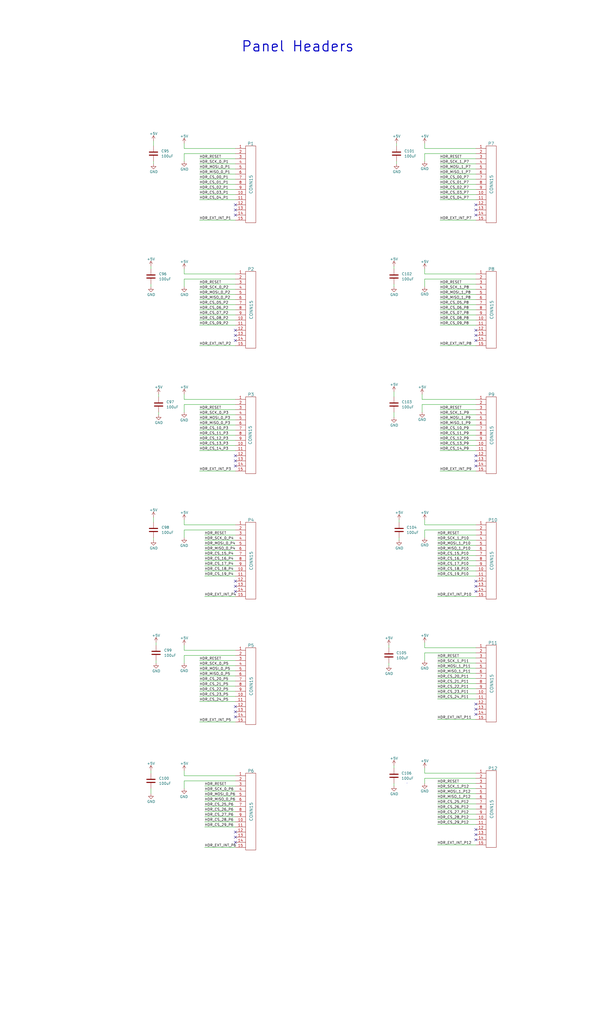
<source format=kicad_sch>
(kicad_sch (version 20231120) (generator "eeschema") (generator_version "8.0")
  (paper "User" 304.8 508)
  (lib_symbols
    (symbol "Device:C" (pin_numbers hide) (pin_names (offset 0.254))
      (property "Reference" "C" (at 0.635 2.54 0))
      (property "Value" "C" (at 0.635 -2.54 0))
      (symbol "C_0_1"
        (polyline (pts (xy -2.032 -0.762) (xy 2.032 -0.762)) (stroke (width 0.508)))
        (polyline (pts (xy -2.032 0.762) (xy 2.032 0.762)) (stroke (width 0.508)))
      )
      (symbol "C_1_1"
        (pin passive line (at 0 3.81 270) (length 2.794) (name "~") (number "1"))
        (pin passive line (at 0 -3.81 90) (length 2.794) (name "~") (number "2"))
      )
    )
    (symbol "arena_custom:CONN15" (pin_names (offset 1.016))
      (property "Reference" "P" (at -17.78 6.35 0))
      (property "Value" "CONN15" (at 13.97 6.35 0))
      (symbol "CONN15_0_1"
        (rectangle (start -19.05 5.08) (end 19.05 0))
      )
      (symbol "CONN15_1_1"
        (pin passive line (at -17.78 -5.08 90) (length 5.08) (name "~") (number "1"))
        (pin passive line (at 5.08 -5.08 90) (length 5.08) (name "~") (number "10"))
        (pin passive line (at 7.62 -5.08 90) (length 5.08) (name "~") (number "11"))
        (pin passive line (at 10.16 -5.08 90) (length 5.08) (name "~") (number "12"))
        (pin passive line (at 12.7 -5.08 90) (length 5.08) (name "~") (number "13"))
        (pin passive line (at 15.24 -5.08 90) (length 5.08) (name "~") (number "14"))
        (pin passive line (at 17.78 -5.08 90) (length 5.08) (name "~") (number "15"))
        (pin passive line (at -15.24 -5.08 90) (length 5.08) (name "~") (number "2"))
        (pin passive line (at -12.7 -5.08 90) (length 5.08) (name "~") (number "3"))
        (pin passive line (at -10.16 -5.08 90) (length 5.08) (name "~") (number "4"))
        (pin passive line (at -7.62 -5.08 90) (length 5.08) (name "~") (number "5"))
        (pin passive line (at -5.08 -5.08 90) (length 5.08) (name "~") (number "6"))
        (pin passive line (at -2.54 -5.08 90) (length 5.08) (name "~") (number "7"))
        (pin passive line (at 0 -5.08 90) (length 5.08) (name "~") (number "8"))
        (pin passive line (at 2.54 -5.08 90) (length 5.08) (name "~") (number "9"))
      )
    )
    (symbol "power:+5V" (power) (pin_names (offset 0))
      (property "Value" "+5V" (at 0 3.556 0))
      (symbol "+5V_0_1"
        (polyline (pts (xy -0.762 1.27) (xy 0 2.54)))
        (polyline (pts (xy 0 0) (xy 0 2.54)))
        (polyline (pts (xy 0 2.54) (xy 0.762 1.27)))
      )
      (symbol "+5V_1_1"
        (pin power_in line (at 0 0 90) (length 0) hide (name "+5V") (number "1"))
      )
    )
    (symbol "power:GND" (power) (pin_names (offset 0))
      (property "Value" "GND" (at 0 -3.81 0))
      (symbol "GND_0_1"
        (polyline (pts (xy 0 0) (xy 0 -1.27) (xy 1.27 -1.27) (xy 0 -2.54) (xy -1.27 -1.27) (xy 0 -1.27)))
      )
      (symbol "GND_1_1"
        (pin power_in line (at 0 0 270) (length 0) hide (name "GND") (number "1"))
      )
    )
  )
  (bus_alias "PAN3V" (members "RESET" "SCK_0" "MOSI_0" "MISO_0" "SCK_1" "MOSI_1" "MISO_1" "CS_00" "CS_01" "CS_02" "CS_03" "CS_04" "CS_05" "CS_06" "CS_07" "CS_08" "CS_09" "CS_10" "CS_11" "CS_12" "CS_13" "CS_14" "CS_15" "CS_16" "CS_17" "CS_18" "CS_19" "CS_20" "CS_21" "CS_22" "CS_23" "CS_24" "CS_25" "CS_26" "CS_27" "CS_28" "CS_29" "EXT_INT"))
  (bus_alias "PAN5V" (members "SCK_0_P1" "SCK_0_P2" "SCK_0_P3" "SCK_0_P4" "SCK_0_P5" "SCK_0_P5" "SCK_0_P6" "MOSI_0_P1" "MOSI_0_P2" "MOSI_0_P3" "MOSI_0_P4" "MOSI_0_P5" "MOSI_0_P6" "SCK_1_P7" "SCK_1_P8" "SCK_1_P9" "SCK_1_P10" "SCK_1_P11" "SCK_1_P12" "MOSI_1_P7" "MOSI_1_P8" "MOSI_1_P9" "MOSI_1_P10" "MOSI_1_P11" "MOSI_1_P12" "CS_00_P1" "CS_00_P7" "CS_01_P1" "CS_01_P7" "CS_02_P1" "CS_02_P7" "CS_03_P1" "CS_03_P7" "CS_04_P1" "CS_04_P7" "CS_05_P2" "CS_05_P8" "CS_06_P2" "CS_06_P8" "CS_07_P2" "CS_07_P8" "CS_08_P2" "CS_08_P8" "CS_09_P2" "CS_09_P8" "CS_10_P3" "CS_10_P9" "CS_11_P3" "CS_11_P9" "CS_12_P3" "CS_12_P9" "CS_13_P3" "CS_13_P9" "CS_14_P3" "CS_14_P9" "CS_15_P4" "CS_15_P10" "CS_16_P4" "CS_16_P10" "CS_17_P4" "CS_17_P10" "CS_18_P4" "CS_18_P10" "CS_19_P4" "CS_19_P10" "CS_20_P5" "CS_20_P11" "CS_21_P5" "CS_21_P11" "CS_22_P5" "CS_22_P11" "CS_23_P5" "CS_23_P11" "CS_24_P5" "CS_24_P11" "CS_25_P6" "CS_25_P12" "CS_26_P6" "CS_26_P12" "CS_27_P6" "CS_27_P12" "CS_28_P6" "CS_28_P12" "CS_29_P6" "CS_29_P12" "MISO_0" "MISO_1" "RESET" "EXT_INT"))
  (no_connect (at 116.84 104.14))
  (no_connect (at 236.22 416.56))
  (no_connect (at 236.22 349.25))
  (no_connect (at 236.22 411.48))
  (no_connect (at 116.84 355.6))
  (no_connect (at 236.22 231.14))
  (no_connect (at 236.22 354.33))
  (no_connect (at 116.84 353.06))
  (no_connect (at 236.22 101.6))
  (no_connect (at 236.22 168.91))
  (no_connect (at 116.84 166.37))
  (no_connect (at 116.84 231.14))
  (no_connect (at 236.22 293.37))
  (no_connect (at 236.22 351.79))
  (no_connect (at 116.84 106.68))
  (no_connect (at 116.84 412.75))
  (no_connect (at 236.22 166.37))
  (no_connect (at 116.84 163.83))
  (no_connect (at 116.84 226.06))
  (no_connect (at 236.22 290.83))
  (no_connect (at 116.84 415.29))
  (no_connect (at 236.22 414.02))
  (no_connect (at 236.22 226.06))
  (no_connect (at 236.22 228.6))
  (no_connect (at 116.84 228.6))
  (no_connect (at 236.22 163.83))
  (no_connect (at 116.84 290.83))
  (no_connect (at 236.22 288.29))
  (no_connect (at 236.22 104.14))
  (no_connect (at 236.22 106.68))
  (no_connect (at 116.84 101.6))
  (no_connect (at 116.84 168.91))
  (no_connect (at 116.84 293.37))
  (no_connect (at 116.84 417.83))
  (no_connect (at 116.84 288.29))
  (no_connect (at 116.84 350.52))
  (wire (pts (xy 198.12 257.81) (xy 198.12 259.08)))
  (wire (pts (xy 217.17 346.71) (xy 236.22 346.71)))
  (wire (pts (xy 210.82 386.08) (xy 236.22 386.08)))
  (wire (pts (xy 91.44 384.81) (xy 116.84 384.81)))
  (wire (pts (xy 210.82 323.85) (xy 210.82 327.66)))
  (wire (pts (xy 218.44 158.75) (xy 236.22 158.75)))
  (wire (pts (xy 218.44 215.9) (xy 236.22 215.9)))
  (wire (pts (xy 91.44 195.58) (xy 91.44 198.12)))
  (wire (pts (xy 218.44 78.74) (xy 236.22 78.74)))
  (wire (pts (xy 101.6 285.75) (xy 116.84 285.75)))
  (wire (pts (xy 218.44 148.59) (xy 236.22 148.59)))
  (wire (pts (xy 99.06 327.66) (xy 116.84 327.66)))
  (wire (pts (xy 195.58 142.24) (xy 195.58 140.97)))
  (wire (pts (xy 91.44 325.12) (xy 91.44 328.93)))
  (wire (pts (xy 91.44 262.89) (xy 91.44 266.7)))
  (wire (pts (xy 218.44 205.74) (xy 236.22 205.74)))
  (wire (pts (xy 217.17 331.47) (xy 236.22 331.47)))
  (wire (pts (xy 99.06 99.06) (xy 116.84 99.06)))
  (wire (pts (xy 99.06 358.14) (xy 116.84 358.14)))
  (wire (pts (xy 99.06 342.9) (xy 116.84 342.9)))
  (wire (pts (xy 218.44 208.28) (xy 236.22 208.28)))
  (wire (pts (xy 218.44 140.97) (xy 236.22 140.97)))
  (wire (pts (xy 91.44 198.12) (xy 116.84 198.12)))
  (wire (pts (xy 99.06 83.82) (xy 116.84 83.82)))
  (wire (pts (xy 99.06 205.74) (xy 116.84 205.74)))
  (wire (pts (xy 101.6 283.21) (xy 116.84 283.21)))
  (wire (pts (xy 91.44 322.58) (xy 116.84 322.58)))
  (wire (pts (xy 101.6 405.13) (xy 116.84 405.13)))
  (wire (pts (xy 218.44 96.52) (xy 236.22 96.52)))
  (wire (pts (xy 91.44 320.04) (xy 91.44 322.58)))
  (wire (pts (xy 217.17 406.4) (xy 236.22 406.4)))
  (wire (pts (xy 99.06 81.28) (xy 116.84 81.28)))
  (wire (pts (xy 101.6 389.89) (xy 116.84 389.89)))
  (wire (pts (xy 91.44 387.35) (xy 116.84 387.35)))
  (wire (pts (xy 217.17 391.16) (xy 236.22 391.16)))
  (wire (pts (xy 193.04 320.04) (xy 193.04 321.31)))
  (wire (pts (xy 209.55 195.58) (xy 209.55 198.12)))
  (wire (pts (xy 217.17 275.59) (xy 236.22 275.59)))
  (wire (pts (xy 218.44 146.05) (xy 236.22 146.05)))
  (wire (pts (xy 99.06 158.75) (xy 116.84 158.75)))
  (wire (pts (xy 217.17 265.43) (xy 236.22 265.43)))
  (wire (pts (xy 217.17 267.97) (xy 236.22 267.97)))
  (wire (pts (xy 76.2 80.01) (xy 76.2 81.28)))
  (wire (pts (xy 218.44 88.9) (xy 236.22 88.9)))
  (wire (pts (xy 209.55 200.66) (xy 209.55 204.47)))
  (wire (pts (xy 91.44 382.27) (xy 91.44 384.81)))
  (wire (pts (xy 91.44 260.35) (xy 116.84 260.35)))
  (wire (pts (xy 99.06 86.36) (xy 116.84 86.36)))
  (wire (pts (xy 217.17 270.51) (xy 236.22 270.51)))
  (wire (pts (xy 99.06 140.97) (xy 116.84 140.97)))
  (wire (pts (xy 99.06 161.29) (xy 116.84 161.29)))
  (wire (pts (xy 91.44 133.35) (xy 91.44 135.89)))
  (wire (pts (xy 218.44 220.98) (xy 236.22 220.98)))
  (wire (pts (xy 196.85 80.01) (xy 196.85 81.28)))
  (wire (pts (xy 217.17 273.05) (xy 236.22 273.05)))
  (wire (pts (xy 217.17 344.17) (xy 236.22 344.17)))
  (wire (pts (xy 210.82 71.12) (xy 210.82 73.66)))
  (wire (pts (xy 217.17 326.39) (xy 236.22 326.39)))
  (wire (pts (xy 91.44 200.66) (xy 116.84 200.66)))
  (wire (pts (xy 101.6 410.21) (xy 116.84 410.21)))
  (wire (pts (xy 74.93 391.16) (xy 74.93 393.7)))
  (wire (pts (xy 99.06 88.9) (xy 116.84 88.9)))
  (wire (pts (xy 101.6 397.51) (xy 116.84 397.51)))
  (wire (pts (xy 99.06 151.13) (xy 116.84 151.13)))
  (wire (pts (xy 76.2 69.85) (xy 76.2 72.39)))
  (wire (pts (xy 217.17 334.01) (xy 236.22 334.01)))
  (wire (pts (xy 99.06 335.28) (xy 116.84 335.28)))
  (polyline (pts (xy 202.057 388.366) (xy 202.057 388.493)))
  (wire (pts (xy 198.12 266.7) (xy 198.12 267.97)))
  (wire (pts (xy 217.17 336.55) (xy 236.22 336.55)))
  (wire (pts (xy 193.04 328.93) (xy 193.04 330.2)))
  (wire (pts (xy 99.06 210.82) (xy 116.84 210.82)))
  (wire (pts (xy 218.44 233.68) (xy 236.22 233.68)))
  (wire (pts (xy 195.58 379.73) (xy 195.58 381)))
  (wire (pts (xy 101.6 278.13) (xy 116.84 278.13)))
  (wire (pts (xy 217.17 396.24) (xy 236.22 396.24)))
  (wire (pts (xy 74.93 382.27) (xy 74.93 383.54)))
  (wire (pts (xy 210.82 138.43) (xy 236.22 138.43)))
  (wire (pts (xy 99.06 203.2) (xy 116.84 203.2)))
  (wire (pts (xy 210.82 257.81) (xy 210.82 260.35)))
  (wire (pts (xy 210.82 73.66) (xy 236.22 73.66)))
  (wire (pts (xy 99.06 332.74) (xy 116.84 332.74)))
  (wire (pts (xy 91.44 73.66) (xy 116.84 73.66)))
  (wire (pts (xy 218.44 213.36) (xy 236.22 213.36)))
  (wire (pts (xy 91.44 262.89) (xy 116.84 262.89)))
  (wire (pts (xy 99.06 91.44) (xy 116.84 91.44)))
  (wire (pts (xy 217.17 341.63) (xy 236.22 341.63)))
  (wire (pts (xy 99.06 171.45) (xy 116.84 171.45)))
  (wire (pts (xy 218.44 223.52) (xy 236.22 223.52)))
  (wire (pts (xy 101.6 400.05) (xy 116.84 400.05)))
  (wire (pts (xy 99.06 109.22) (xy 116.84 109.22)))
  (wire (pts (xy 217.17 393.7) (xy 236.22 393.7)))
  (wire (pts (xy 209.55 200.66) (xy 236.22 200.66)))
  (wire (pts (xy 101.6 402.59) (xy 116.84 402.59)))
  (wire (pts (xy 78.74 195.58) (xy 78.74 196.85)))
  (wire (pts (xy 218.44 143.51) (xy 236.22 143.51)))
  (wire (pts (xy 210.82 321.31) (xy 236.22 321.31)))
  (wire (pts (xy 210.82 260.35) (xy 236.22 260.35)))
  (wire (pts (xy 91.44 138.43) (xy 116.84 138.43)))
  (wire (pts (xy 217.17 403.86) (xy 236.22 403.86)))
  (wire (pts (xy 99.06 337.82) (xy 116.84 337.82)))
  (wire (pts (xy 99.06 345.44) (xy 116.84 345.44)))
  (wire (pts (xy 217.17 328.93) (xy 236.22 328.93)))
  (wire (pts (xy 218.44 83.82) (xy 236.22 83.82)))
  (wire (pts (xy 210.82 386.08) (xy 210.82 388.62)))
  (wire (pts (xy 210.82 262.89) (xy 210.82 266.7)))
  (wire (pts (xy 101.6 280.67) (xy 116.84 280.67)))
  (wire (pts (xy 78.74 204.47) (xy 78.74 205.74)))
  (wire (pts (xy 210.82 262.89) (xy 236.22 262.89)))
  (wire (pts (xy 217.17 401.32) (xy 236.22 401.32)))
  (wire (pts (xy 99.06 143.51) (xy 116.84 143.51)))
  (wire (pts (xy 77.47 318.77) (xy 77.47 320.04)))
  (wire (pts (xy 217.17 408.94) (xy 236.22 408.94)))
  (wire (pts (xy 101.6 265.43) (xy 116.84 265.43)))
  (wire (pts (xy 209.55 198.12) (xy 236.22 198.12)))
  (wire (pts (xy 217.17 278.13) (xy 236.22 278.13)))
  (wire (pts (xy 99.06 223.52) (xy 116.84 223.52)))
  (wire (pts (xy 91.44 257.81) (xy 91.44 260.35)))
  (wire (pts (xy 218.44 91.44) (xy 236.22 91.44)))
  (wire (pts (xy 210.82 76.2) (xy 210.82 80.01)))
  (wire (pts (xy 210.82 323.85) (xy 236.22 323.85)))
  (wire (pts (xy 99.06 218.44) (xy 116.84 218.44)))
  (wire (pts (xy 217.17 388.62) (xy 236.22 388.62)))
  (wire (pts (xy 218.44 153.67) (xy 236.22 153.67)))
  (wire (pts (xy 210.82 135.89) (xy 236.22 135.89)))
  (wire (pts (xy 218.44 218.44) (xy 236.22 218.44)))
  (wire (pts (xy 99.06 153.67) (xy 116.84 153.67)))
  (wire (pts (xy 217.17 295.91) (xy 236.22 295.91)))
  (wire (pts (xy 101.6 275.59) (xy 116.84 275.59)))
  (wire (pts (xy 210.82 383.54) (xy 236.22 383.54)))
  (wire (pts (xy 195.58 204.47) (xy 195.58 207.01)))
  (wire (pts (xy 101.6 270.51) (xy 116.84 270.51)))
  (wire (pts (xy 101.6 295.91) (xy 116.84 295.91)))
  (wire (pts (xy 217.17 283.21) (xy 236.22 283.21)))
  (wire (pts (xy 74.93 132.08) (xy 74.93 133.35)))
  (wire (pts (xy 99.06 215.9) (xy 116.84 215.9)))
  (wire (pts (xy 195.58 194.31) (xy 195.58 196.85)))
  (wire (pts (xy 99.06 220.98) (xy 116.84 220.98)))
  (wire (pts (xy 210.82 138.43) (xy 210.82 142.24)))
  (wire (pts (xy 218.44 86.36) (xy 236.22 86.36)))
  (wire (pts (xy 91.44 387.35) (xy 91.44 391.16)))
  (wire (pts (xy 76.2 256.54) (xy 76.2 259.08)))
  (wire (pts (xy 99.06 93.98) (xy 116.84 93.98)))
  (wire (pts (xy 101.6 392.43) (xy 116.84 392.43)))
  (wire (pts (xy 91.44 200.66) (xy 91.44 204.47)))
  (wire (pts (xy 91.44 76.2) (xy 91.44 80.01)))
  (wire (pts (xy 218.44 109.22) (xy 236.22 109.22)))
  (wire (pts (xy 217.17 398.78) (xy 236.22 398.78)))
  (wire (pts (xy 218.44 171.45) (xy 236.22 171.45)))
  (wire (pts (xy 210.82 318.77) (xy 210.82 321.31)))
  (wire (pts (xy 218.44 210.82) (xy 236.22 210.82)))
  (wire (pts (xy 99.06 233.68) (xy 116.84 233.68)))
  (wire (pts (xy 99.06 208.28) (xy 116.84 208.28)))
  (wire (pts (xy 218.44 99.06) (xy 236.22 99.06)))
  (wire (pts (xy 99.06 78.74) (xy 116.84 78.74)))
  (wire (pts (xy 91.44 76.2) (xy 116.84 76.2)))
  (wire (pts (xy 218.44 156.21) (xy 236.22 156.21)))
  (wire (pts (xy 195.58 132.08) (xy 195.58 133.35)))
  (wire (pts (xy 210.82 133.35) (xy 210.82 135.89)))
  (wire (pts (xy 99.06 146.05) (xy 116.84 146.05)))
  (wire (pts (xy 91.44 138.43) (xy 91.44 142.24)))
  (wire (pts (xy 76.2 266.7) (xy 76.2 267.97)))
  (wire (pts (xy 210.82 76.2) (xy 236.22 76.2)))
  (wire (pts (xy 99.06 213.36) (xy 116.84 213.36)))
  (wire (pts (xy 77.47 327.66) (xy 77.47 328.93)))
  (wire (pts (xy 218.44 81.28) (xy 236.22 81.28)))
  (wire (pts (xy 101.6 267.97) (xy 116.84 267.97)))
  (wire (pts (xy 218.44 161.29) (xy 236.22 161.29)))
  (wire (pts (xy 74.93 140.97) (xy 74.93 142.24)))
  (wire (pts (xy 99.06 96.52) (xy 116.84 96.52)))
  (wire (pts (xy 218.44 203.2) (xy 236.22 203.2)))
  (wire (pts (xy 99.06 347.98) (xy 116.84 347.98)))
  (wire (pts (xy 196.85 71.12) (xy 196.85 72.39)))
  (wire (pts (xy 101.6 420.37) (xy 116.84 420.37)))
  (wire (pts (xy 210.82 381) (xy 210.82 383.54)))
  (wire (pts (xy 91.44 135.89) (xy 116.84 135.89)))
  (wire (pts (xy 99.06 148.59) (xy 116.84 148.59)))
  (wire (pts (xy 91.44 325.12) (xy 116.84 325.12)))
  (wire (pts (xy 217.17 419.1) (xy 236.22 419.1)))
  (wire (pts (xy 101.6 407.67) (xy 116.84 407.67)))
  (wire (pts (xy 99.06 340.36) (xy 116.84 340.36)))
  (wire (pts (xy 91.44 71.12) (xy 91.44 73.66)))
  (wire (pts (xy 101.6 273.05) (xy 116.84 273.05)))
  (wire (pts (xy 218.44 93.98) (xy 236.22 93.98)))
  (wire (pts (xy 217.17 280.67) (xy 236.22 280.67)))
  (wire (pts (xy 101.6 394.97) (xy 116.84 394.97)))
  (wire (pts (xy 99.06 156.21) (xy 116.84 156.21)))
  (wire (pts (xy 217.17 285.75) (xy 236.22 285.75)))
  (wire (pts (xy 217.17 356.87) (xy 236.22 356.87)))
  (wire (pts (xy 195.58 388.62) (xy 195.58 389.89)))
  (wire (pts (xy 218.44 151.13) (xy 236.22 151.13)))
  (wire (pts (xy 99.06 330.2) (xy 116.84 330.2)))
  (wire (pts (xy 217.17 339.09) (xy 236.22 339.09)))
  (text "Panel Headers" (at 119.634 26.162 0) (effects (font (size 5.08 5.08) (thickness 0.508) (bold yes)) (justify left bottom)))
  (label "HDR_CS_25_P12" (at 217.17 398.78 0))
  (label "HDR_CS_25_P6" (at 101.6 400.05 0))
  (label "HDR_CS_17_P4" (at 101.6 280.67 0))
  (label "HDR_MOSI_0_P1" (at 99.06 83.82 0))
  (label "HDR_CS_20_P5" (at 99.06 337.82 0))
  (label "HDR_CS_06_P8" (at 218.44 153.67 0))
  (label "HDR_EXT_INT_P4" (at 101.6 295.91 0))
  (label "HDR_CS_04_P1" (at 99.06 99.06 0))
  (label "HDR_CS_28_P6" (at 101.6 407.67 0))
  (label "HDR_CS_02_P1" (at 99.06 93.98 0))
  (label "HDR_CS_08_P2" (at 99.06 158.75 0))
  (label "HDR_SCK_1_P7" (at 218.44 81.28 0))
  (label "HDR_CS_19_P10" (at 217.17 285.75 0))
  (label "HDR_CS_28_P12" (at 217.17 406.4 0))
  (label "HDR_EXT_INT_P7" (at 218.44 109.22 0))
  (label "HDR_CS_24_P11" (at 217.17 346.71 0))
  (label "HDR_MISO_1_P7" (at 218.44 86.36 0))
  (label "HDR_EXT_INT_P8" (at 218.44 171.45 0))
  (label "HDR_CS_18_P10" (at 217.17 283.21 0))
  (label "HDR_MOSI_1_P8" (at 218.44 146.05 0))
  (label "HDR_CS_21_P11" (at 217.17 339.09 0))
  (label "HDR_CS_09_P2" (at 99.06 161.29 0))
  (label "HDR_EXT_INT_P6" (at 101.6 420.37 0))
  (label "HDR_RESET" (at 99.06 78.74 0))
  (label "HDR_CS_00_P1" (at 99.06 88.9 0))
  (label "HDR_CS_19_P4" (at 101.6 285.75 0))
  (label "HDR_CS_24_P5" (at 99.06 347.98 0))
  (label "HDR_CS_21_P5" (at 99.06 340.36 0))
  (label "HDR_CS_12_P9" (at 218.44 218.44 0))
  (label "HDR_MOSI_1_P7" (at 218.44 83.82 0))
  (label "HDR_CS_00_P7" (at 218.44 88.9 0))
  (label "HDR_RESET" (at 101.6 265.43 0))
  (label "HDR_CS_01_P7" (at 218.44 91.44 0))
  (label "HDR_EXT_INT_P11" (at 217.17 356.87 0))
  (label "HDR_CS_07_P8" (at 218.44 156.21 0))
  (label "HDR_MOSI_0_P5" (at 99.06 332.74 0))
  (label "HDR_CS_10_P9" (at 218.44 213.36 0))
  (label "HDR_RESET" (at 101.6 389.89 0))
  (label "HDR_CS_10_P3" (at 99.06 213.36 0))
  (label "HDR_EXT_INT_P2" (at 99.06 171.45 0))
  (label "HDR_MISO_1_P12" (at 217.17 396.24 0))
  (label "HDR_CS_22_P5" (at 99.06 342.9 0))
  (label "HDR_MISO_0_P1" (at 99.06 86.36 0))
  (label "HDR_SCK_0_P6" (at 101.6 392.43 0))
  (label "HDR_CS_27_P12" (at 217.17 403.86 0))
  (label "HDR_SCK_0_P3" (at 99.06 205.74 0))
  (label "HDR_SCK_0_P5" (at 99.06 330.2 0))
  (label "HDR_RESET" (at 99.06 327.66 0))
  (label "HDR_EXT_INT_P10" (at 217.17 295.91 0))
  (label "HDR_CS_22_P11" (at 217.17 341.63 0))
  (label "HDR_MISO_0_P3" (at 99.06 210.82 0))
  (label "HDR_MISO_0_P5" (at 99.06 335.28 0))
  (label "HDR_CS_11_P9" (at 218.44 215.9 0))
  (label "HDR_EXT_INT_P5" (at 99.06 358.14 0))
  (label "HDR_SCK_0_P2" (at 99.06 143.51 0))
  (label "HDR_EXT_INT_P12" (at 217.17 419.1 0))
  (label "HDR_CS_13_P9" (at 218.44 220.98 0))
  (label "HDR_CS_03_P1" (at 99.06 96.52 0))
  (label "HDR_CS_29_P6" (at 101.6 410.21 0))
  (label "HDR_MOSI_0_P3" (at 99.06 208.28 0))
  (label "HDR_RESET" (at 217.17 326.39 0))
  (label "HDR_CS_26_P12" (at 217.17 401.32 0))
  (label "HDR_CS_13_P3" (at 99.06 220.98 0))
  (label "HDR_RESET" (at 218.44 78.74 0))
  (label "HDR_MOSI_1_P9" (at 218.44 208.28 0))
  (label "HDR_MOSI_0_P2" (at 99.06 146.05 0))
  (label "HDR_SCK_1_P12" (at 217.17 391.16 0))
  (label "HDR_RESET" (at 99.06 203.2 0))
  (label "HDR_RESET" (at 217.17 265.43 0))
  (label "HDR_EXT_INT_P1" (at 99.06 109.22 0))
  (label "HDR_MISO_1_P8" (at 218.44 148.59 0))
  (label "HDR_MOSI_0_P6" (at 101.6 394.97 0))
  (label "HDR_CS_15_P4" (at 101.6 275.59 0))
  (label "HDR_CS_26_P6" (at 101.6 402.59 0))
  (label "HDR_CS_05_P2" (at 99.06 151.13 0))
  (label "HDR_CS_08_P8" (at 218.44 158.75 0))
  (label "HDR_SCK_1_P10" (at 217.17 267.97 0))
  (label "HDR_SCK_0_P1" (at 99.06 81.28 0))
  (label "HDR_CS_16_P10" (at 217.17 278.13 0))
  (label "HDR_CS_05_P8" (at 218.44 151.13 0))
  (label "HDR_CS_17_P10" (at 217.17 280.67 0))
  (label "HDR_MISO_0_P4" (at 101.6 273.05 0))
  (label "HDR_CS_20_P11" (at 217.17 336.55 0))
  (label "HDR_MOSI_1_P10" (at 217.17 270.51 0))
  (label "HDR_CS_14_P3" (at 99.06 223.52 0))
  (label "HDR_CS_16_P4" (at 101.6 278.13 0))
  (label "HDR_CS_07_P2" (at 99.06 156.21 0))
  (label "HDR_CS_23_P5" (at 99.06 345.44 0))
  (label "HDR_RESET" (at 99.06 140.97 0))
  (label "HDR_CS_27_P6" (at 101.6 405.13 0))
  (label "HDR_SCK_1_P11" (at 217.17 328.93 0))
  (label "HDR_RESET" (at 218.44 140.97 0))
  (label "HDR_MISO_1_P11" (at 217.17 334.01 0))
  (label "HDR_SCK_0_P4" (at 101.6 267.97 0))
  (label "HDR_EXT_INT_P3" (at 99.06 233.68 0))
  (label "HDR_RESET" (at 217.17 388.62 0))
  (label "HDR_MISO_1_P10" (at 217.17 273.05 0))
  (label "HDR_MISO_1_P9" (at 218.44 210.82 0))
  (label "HDR_CS_29_P12" (at 217.17 408.94 0))
  (label "HDR_MOSI_0_P4" (at 101.6 270.51 0))
  (label "HDR_CS_01_P1" (at 99.06 91.44 0))
  (label "HDR_CS_06_P2" (at 99.06 153.67 0))
  (label "HDR_MOSI_1_P11" (at 217.17 331.47 0))
  (label "HDR_CS_15_P10" (at 217.17 275.59 0))
  (label "HDR_CS_11_P3" (at 99.06 215.9 0))
  (label "HDR_CS_09_P8" (at 218.44 161.29 0))
  (label "HDR_SCK_1_P9" (at 218.44 205.74 0))
  (label "HDR_SCK_1_P8" (at 218.44 143.51 0))
  (label "HDR_CS_23_P11" (at 217.17 344.17 0))
  (label "HDR_CS_12_P3" (at 99.06 218.44 0))
  (label "HDR_CS_03_P7" (at 218.44 96.52 0))
  (label "HDR_CS_18_P4" (at 101.6 283.21 0))
  (label "HDR_MISO_0_P6" (at 101.6 397.51 0))
  (label "HDR_RESET" (at 218.44 203.2 0))
  (label "HDR_CS_02_P7" (at 218.44 93.98 0))
  (label "HDR_MISO_0_P2" (at 99.06 148.59 0))
  (label "HDR_EXT_INT_P9" (at 218.44 233.68 0))
  (label "HDR_MOSI_1_P12" (at 217.17 393.7 0))
  (label "HDR_CS_14_P9" (at 218.44 223.52 0))
  (label "HDR_CS_04_P7" (at 218.44 99.06 0))
  (symbol (lib_id "power:GND") (at 210.82 80.01 0) (unit 1)
    (property "Reference" "#PWR044" (effects (hide yes)))
    (property "Value" "GND" (at 210.82 83.693 0))
  )
  (symbol (lib_id "power:+5V") (at 91.44 382.27 0) (unit 1)
    (property "Reference" "#PWR038" (effects (hide yes)))
    (property "Value" "+5V" (at 91.44 378.714 0))
  )
  (symbol (lib_id "Device:C") (at 195.58 137.16 0) (unit 1)
    (property "Reference" "C102" (at 199.39 135.8899 0) (effects (justify left)))
    (property "Value" "100uF" (at 199.39 138.4299 0) (effects (justify left)))
    (property "Footprint" "Capacitor_SMD:C_1210_3225Metric" (effects (hide yes)))
  )
  (symbol (lib_id "arena_custom:CONN15") (at 121.92 340.36 270) (unit 1)
    (property "Reference" "P5" (at 122.936 320.167 90) (effects (font (size 1.524 1.524)) (justify left)))
    (property "Value" "CONN15" (at 124.714 335.661 0) (effects (font (size 1.524 1.524)) (justify left)))
    (property "Footprint" "arena_custom:HEADER_TOP" (effects (hide yes)))
  )
  (symbol (lib_id "power:GND") (at 91.44 142.24 0) (unit 1)
    (property "Reference" "#PWR051" (effects (hide yes)))
    (property "Value" "GND" (at 91.567 146.177 0))
  )
  (symbol (lib_id "power:GND") (at 74.93 393.7 0) (unit 1)
    (property "Reference" "#PWR090" (effects (hide yes)))
    (property "Value" "GND" (at 75.057 397.637 0))
  )
  (symbol (lib_id "Device:C") (at 198.12 262.89 0) (unit 1)
    (property "Reference" "C104" (at 201.803 261.6199 0) (effects (justify left)))
    (property "Value" "100uF" (at 201.803 264.1599 0) (effects (justify left)))
    (property "Footprint" "Capacitor_SMD:C_1210_3225Metric" (effects (hide yes)))
  )
  (symbol (lib_id "power:GND") (at 195.58 142.24 0) (unit 1)
    (property "Reference" "#PWR094" (effects (hide yes)))
    (property "Value" "GND" (at 195.707 146.177 0))
  )
  (symbol (lib_id "Device:C") (at 76.2 76.2 0) (unit 1)
    (property "Reference" "C95" (at 80.01 74.9299 0) (effects (justify left)))
    (property "Value" "100uF" (at 80.01 77.4699 0) (effects (justify left)))
    (property "Footprint" "Capacitor_SMD:C_1210_3225Metric" (effects (hide yes)))
  )
  (symbol (lib_id "power:+5V") (at 195.58 132.08 0) (unit 1)
    (property "Reference" "#PWR093" (effects (hide yes)))
    (property "Value" "+5V" (at 195.58 128.524 0))
  )
  (symbol (lib_id "power:GND") (at 196.85 81.28 0) (unit 1)
    (property "Reference" "#PWR092" (effects (hide yes)))
    (property "Value" "GND" (at 196.977 85.217 0))
  )
  (symbol (lib_id "power:GND") (at 91.44 391.16 0) (unit 1)
    (property "Reference" "#PWR059" (effects (hide yes)))
    (property "Value" "GND" (at 91.313 395.224 0))
  )
  (symbol (lib_id "arena_custom:CONN15") (at 121.92 278.13 270) (unit 1)
    (property "Reference" "P4" (at 122.936 257.937 90) (effects (font (size 1.524 1.524)) (justify left)))
    (property "Value" "CONN15" (at 124.714 273.431 0) (effects (font (size 1.524 1.524)) (justify left)))
    (property "Footprint" "arena_custom:HEADER_TOP" (effects (hide yes)))
  )
  (symbol (lib_id "power:GND") (at 74.93 142.24 0) (unit 1)
    (property "Reference" "#PWR082" (effects (hide yes)))
    (property "Value" "GND" (at 75.057 146.177 0))
  )
  (symbol (lib_id "power:GND") (at 91.44 266.7 0) (unit 1)
    (property "Reference" "#PWR055" (effects (hide yes)))
    (property "Value" "GND" (at 91.44 270.637 0))
  )
  (symbol (lib_id "power:+5V") (at 210.82 381 0) (unit 1)
    (property "Reference" "#PWR058" (effects (hide yes)))
    (property "Value" "+5V" (at 210.82 377.444 0))
  )
  (symbol (lib_id "power:+5V") (at 91.44 71.12 0) (unit 1)
    (property "Reference" "#PWR02" (effects (hide yes)))
    (property "Value" "+5V" (at 91.44 67.564 0))
  )
  (symbol (lib_id "power:+5V") (at 210.82 71.12 0) (unit 1)
    (property "Reference" "#PWR078" (effects (hide yes)))
    (property "Value" "+5V" (at 210.82 67.564 0))
  )
  (symbol (lib_id "power:+5V") (at 77.47 318.77 0) (unit 1)
    (property "Reference" "#PWR087" (effects (hide yes)))
    (property "Value" "+5V" (at 77.47 315.214 0))
  )
  (symbol (lib_id "arena_custom:CONN15") (at 241.3 339.09 270) (unit 1)
    (property "Reference" "P11" (at 242.316 318.897 90) (effects (font (size 1.524 1.524)) (justify left)))
    (property "Value" "CONN15" (at 244.094 334.391 0) (effects (font (size 1.524 1.524)) (justify left)))
    (property "Footprint" "arena_custom:HEADER_TOP" (effects (hide yes)))
  )
  (symbol (lib_id "Device:C") (at 76.2 262.89 0) (unit 1)
    (property "Reference" "C98" (at 80.137 261.6199 0) (effects (justify left)))
    (property "Value" "100uF" (at 80.137 264.1599 0) (effects (justify left)))
    (property "Footprint" "Capacitor_SMD:C_1210_3225Metric" (effects (hide yes)))
  )
  (symbol (lib_id "Device:C") (at 195.58 200.66 0) (unit 1)
    (property "Reference" "C103" (at 199.39 199.3899 0) (effects (justify left)))
    (property "Value" "100uF" (at 199.39 201.9299 0) (effects (justify left)))
    (property "Footprint" "Capacitor_SMD:C_1210_3225Metric" (effects (hide yes)))
  )
  (symbol (lib_id "power:GND") (at 210.82 327.66 0) (unit 1)
    (property "Reference" "#PWR048" (effects (hide yes)))
    (property "Value" "GND" (at 210.82 331.47 0))
  )
  (symbol (lib_id "power:GND") (at 195.58 207.01 0) (unit 1)
    (property "Reference" "#PWR096" (effects (hide yes)))
    (property "Value" "GND" (at 195.707 210.947 0))
  )
  (symbol (lib_id "power:GND") (at 77.47 328.93 0) (unit 1)
    (property "Reference" "#PWR088" (effects (hide yes)))
    (property "Value" "GND" (at 77.597 332.867 0))
  )
  (symbol (lib_id "power:GND") (at 210.82 266.7 0) (unit 1)
    (property "Reference" "#PWR047" (effects (hide yes)))
    (property "Value" "GND" (at 210.82 270.383 0))
  )
  (symbol (lib_id "Device:C") (at 78.74 200.66 0) (unit 1)
    (property "Reference" "C97" (at 82.55 199.3899 0) (effects (justify left)))
    (property "Value" "100uF" (at 82.55 201.9299 0) (effects (justify left)))
    (property "Footprint" "Capacitor_SMD:C_1210_3225Metric" (effects (hide yes)))
  )
  (symbol (lib_id "power:+5V") (at 196.85 71.12 0) (unit 1)
    (property "Reference" "#PWR091" (effects (hide yes)))
    (property "Value" "+5V" (at 196.85 67.564 0))
  )
  (symbol (lib_id "power:GND") (at 198.12 267.97 0) (unit 1)
    (property "Reference" "#PWR098" (effects (hide yes)))
    (property "Value" "GND" (at 198.247 271.907 0))
  )
  (symbol (lib_id "power:GND") (at 76.2 81.28 0) (unit 1)
    (property "Reference" "#PWR080" (effects (hide yes)))
    (property "Value" "GND" (at 76.327 85.217 0))
  )
  (symbol (lib_id "power:+5V") (at 198.12 257.81 0) (unit 1)
    (property "Reference" "#PWR097" (effects (hide yes)))
    (property "Value" "+5V" (at 198.12 254.254 0))
  )
  (symbol (lib_id "power:+5V") (at 195.58 379.73 0) (unit 1)
    (property "Reference" "#PWR0101" (effects (hide yes)))
    (property "Value" "+5V" (at 195.58 376.174 0))
  )
  (symbol (lib_id "arena_custom:CONN15") (at 241.3 215.9 270) (unit 1)
    (property "Reference" "P9" (at 242.316 195.707 90) (effects (font (size 1.524 1.524)) (justify left)))
    (property "Value" "CONN15" (at 244.094 211.201 0) (effects (font (size 1.524 1.524)) (justify left)))
    (property "Footprint" "arena_custom:HEADER_TOP" (effects (hide yes)))
  )
  (symbol (lib_id "power:+5V") (at 195.58 194.31 0) (unit 1)
    (property "Reference" "#PWR095" (effects (hide yes)))
    (property "Value" "+5V" (at 195.58 190.754 0))
  )
  (symbol (lib_id "Device:C") (at 74.93 387.35 0) (unit 1)
    (property "Reference" "C100" (at 78.867 386.0799 0) (effects (justify left)))
    (property "Value" "100uF" (at 78.867 388.6199 0) (effects (justify left)))
    (property "Footprint" "Capacitor_SMD:C_1210_3225Metric" (effects (hide yes)))
  )
  (symbol (lib_id "arena_custom:CONN15") (at 121.92 402.59 270) (unit 1)
    (property "Reference" "P6" (at 122.936 382.397 90) (effects (font (size 1.524 1.524)) (justify left)))
    (property "Value" "CONN15" (at 124.714 397.891 0) (effects (font (size 1.524 1.524)) (justify left)))
    (property "Footprint" "arena_custom:HEADER_TOP" (effects (hide yes)))
  )
  (symbol (lib_id "power:GND") (at 91.44 328.93 0) (unit 1)
    (property "Reference" "#PWR057" (effects (hide yes)))
    (property "Value" "GND" (at 91.44 332.74 0))
  )
  (symbol (lib_id "power:+5V") (at 76.2 256.54 0) (unit 1)
    (property "Reference" "#PWR085" (effects (hide yes)))
    (property "Value" "+5V" (at 76.2 252.984 0))
  )
  (symbol (lib_id "arena_custom:CONN15") (at 241.3 401.32 270) (unit 1)
    (property "Reference" "P12" (at 242.316 381.127 90) (effects (font (size 1.524 1.524)) (justify left)))
    (property "Value" "CONN15" (at 244.094 396.621 0) (effects (font (size 1.524 1.524)) (justify left)))
    (property "Footprint" "arena_custom:HEADER_TOP" (effects (hide yes)))
  )
  (symbol (lib_id "power:+5V") (at 74.93 132.08 0) (unit 1)
    (property "Reference" "#PWR081" (effects (hide yes)))
    (property "Value" "+5V" (at 74.93 128.524 0))
  )
  (symbol (lib_id "arena_custom:CONN15") (at 121.92 91.44 270) (unit 1)
    (property "Reference" "P1" (at 122.809 71.247 90) (effects (font (size 1.524 1.524)) (justify left)))
    (property "Value" "CONN15" (at 124.587 86.741 0) (effects (font (size 1.524 1.524)) (justify left)))
    (property "Footprint" "arena_custom:HEADER_TOP" (effects (hide yes)))
  )
  (symbol (lib_id "Device:C") (at 74.93 137.16 0) (unit 1)
    (property "Reference" "C96" (at 78.867 135.8899 0) (effects (justify left)))
    (property "Value" "100uF" (at 78.867 138.4299 0) (effects (justify left)))
    (property "Footprint" "Capacitor_SMD:C_1210_3225Metric" (effects (hide yes)))
  )
  (symbol (lib_id "power:+5V") (at 91.44 133.35 0) (unit 1)
    (property "Reference" "#PWR021" (effects (hide yes)))
    (property "Value" "+5V" (at 91.44 129.794 0))
  )
  (symbol (lib_id "arena_custom:CONN15") (at 241.3 153.67 270) (unit 1)
    (property "Reference" "P8" (at 242.316 133.477 90) (effects (font (size 1.524 1.524)) (justify left)))
    (property "Value" "CONN15" (at 244.094 148.971 0) (effects (font (size 1.524 1.524)) (justify left)))
    (property "Footprint" "arena_custom:HEADER_TOP" (effects (hide yes)))
  )
  (symbol (lib_id "Device:C") (at 196.85 76.2 0) (unit 1)
    (property "Reference" "C101" (at 200.66 74.9299 0) (effects (justify left)))
    (property "Value" "100uF" (at 200.66 77.4699 0) (effects (justify left)))
    (property "Footprint" "Capacitor_SMD:C_1210_3225Metric" (effects (hide yes)))
  )
  (symbol (lib_id "power:GND") (at 210.82 142.24 0) (unit 1)
    (property "Reference" "#PWR045" (effects (hide yes)))
    (property "Value" "GND" (at 210.82 145.923 0))
  )
  (symbol (lib_id "power:GND") (at 91.44 204.47 0) (unit 1)
    (property "Reference" "#PWR053" (effects (hide yes)))
    (property "Value" "GND" (at 91.44 208.407 0))
  )
  (symbol (lib_id "power:+5V") (at 210.82 257.81 0) (unit 1)
    (property "Reference" "#PWR054" (effects (hide yes)))
    (property "Value" "+5V" (at 210.82 254.254 0))
  )
  (symbol (lib_id "power:+5V") (at 210.82 318.77 0) (unit 1)
    (property "Reference" "#PWR056" (effects (hide yes)))
    (property "Value" "+5V" (at 210.82 315.214 0))
  )
  (symbol (lib_id "arena_custom:CONN15") (at 121.92 215.9 270) (unit 1)
    (property "Reference" "P3" (at 122.936 195.707 90) (effects (font (size 1.524 1.524)) (justify left)))
    (property "Value" "CONN15" (at 124.206 211.074 0) (effects (font (size 1.524 1.524)) (justify left)))
    (property "Footprint" "arena_custom:HEADER_TOP" (effects (hide yes)))
  )
  (symbol (lib_id "Device:C") (at 195.58 384.81 0) (unit 1)
    (property "Reference" "C106" (at 199.263 383.5399 0) (effects (justify left)))
    (property "Value" "100uF" (at 199.263 386.0799 0) (effects (justify left)))
    (property "Footprint" "Capacitor_SMD:C_1210_3225Metric" (effects (hide yes)))
  )
  (symbol (lib_id "power:+5V") (at 210.82 133.35 0) (unit 1)
    (property "Reference" "#PWR050" (effects (hide yes)))
    (property "Value" "+5V" (at 210.82 129.794 0))
  )
  (symbol (lib_id "power:+5V") (at 91.44 320.04 0) (unit 1)
    (property "Reference" "#PWR024" (effects (hide yes)))
    (property "Value" "+5V" (at 91.44 316.484 0))
  )
  (symbol (lib_id "power:+5V") (at 193.04 320.04 0) (unit 1)
    (property "Reference" "#PWR099" (effects (hide yes)))
    (property "Value" "+5V" (at 193.04 316.484 0))
  )
  (symbol (lib_id "arena_custom:CONN15") (at 121.92 153.67 270) (unit 1)
    (property "Reference" "P2" (at 122.936 133.477 90) (effects (font (size 1.524 1.524)) (justify left)))
    (property "Value" "CONN15" (at 124.714 148.971 0) (effects (font (size 1.524 1.524)) (justify left)))
    (property "Footprint" "arena_custom:HEADER_TOP" (effects (hide yes)))
  )
  (symbol (lib_id "power:+5V") (at 91.44 195.58 0) (unit 1)
    (property "Reference" "#PWR022" (effects (hide yes)))
    (property "Value" "+5V" (at 91.44 192.024 0))
  )
  (symbol (lib_id "power:+5V") (at 209.55 195.58 0) (unit 1)
    (property "Reference" "#PWR052" (effects (hide yes)))
    (property "Value" "+5V" (at 209.55 192.024 0))
  )
  (symbol (lib_id "power:GND") (at 91.44 80.01 0) (unit 1)
    (property "Reference" "#PWR03" (effects (hide yes)))
    (property "Value" "GND" (at 91.567 83.947 0))
  )
  (symbol (lib_id "power:GND") (at 78.74 205.74 0) (unit 1)
    (property "Reference" "#PWR084" (effects (hide yes)))
    (property "Value" "GND" (at 78.867 209.677 0))
  )
  (symbol (lib_id "Device:C") (at 193.04 325.12 0) (unit 1)
    (property "Reference" "C105" (at 196.723 323.8499 0) (effects (justify left)))
    (property "Value" "100uF" (at 196.723 326.3899 0) (effects (justify left)))
    (property "Footprint" "Capacitor_SMD:C_1210_3225Metric" (effects (hide yes)))
  )
  (symbol (lib_id "arena_custom:CONN15") (at 241.3 91.44 270) (unit 1)
    (property "Reference" "P7" (at 242.189 71.247 90) (effects (font (size 1.524 1.524)) (justify left)))
    (property "Value" "CONN15" (at 243.967 86.741 0) (effects (font (size 1.524 1.524)) (justify left)))
    (property "Footprint" "arena_custom:HEADER_TOP" (effects (hide yes)))
  )
  (symbol (lib_id "power:+5V") (at 91.44 257.81 0) (unit 1)
    (property "Reference" "#PWR023" (effects (hide yes)))
    (property "Value" "+5V" (at 91.44 254.254 0))
  )
  (symbol (lib_id "power:+5V") (at 74.93 382.27 0) (unit 1)
    (property "Reference" "#PWR089" (effects (hide yes)))
    (property "Value" "+5V" (at 74.93 378.714 0))
  )
  (symbol (lib_id "power:GND") (at 210.82 388.62 0) (unit 1)
    (property "Reference" "#PWR049" (effects (hide yes)))
    (property "Value" "GND" (at 210.82 392.43 0))
  )
  (symbol (lib_id "power:+5V") (at 78.74 195.58 0) (unit 1)
    (property "Reference" "#PWR083" (effects (hide yes)))
    (property "Value" "+5V" (at 78.74 192.024 0))
  )
  (symbol (lib_id "arena_custom:CONN15") (at 241.3 278.13 270) (unit 1)
    (property "Reference" "P10" (at 242.316 257.937 90) (effects (font (size 1.524 1.524)) (justify left)))
    (property "Value" "CONN15" (at 244.094 273.431 0) (effects (font (size 1.524 1.524)) (justify left)))
    (property "Footprint" "arena_custom:HEADER_TOP" (effects (hide yes)))
  )
  (symbol (lib_id "power:GND") (at 195.58 389.89 0) (unit 1)
    (property "Reference" "#PWR0102" (effects (hide yes)))
    (property "Value" "GND" (at 195.707 393.827 0))
  )
  (symbol (lib_id "power:GND") (at 209.55 204.47 0) (unit 1)
    (property "Reference" "#PWR046" (effects (hide yes)))
    (property "Value" "GND" (at 209.55 208.153 0))
  )
  (symbol (lib_id "power:GND") (at 76.2 267.97 0) (unit 1)
    (property "Reference" "#PWR086" (effects (hide yes)))
    (property "Value" "GND" (at 76.327 271.907 0))
  )
  (symbol (lib_id "Device:C") (at 77.47 323.85 0) (unit 1)
    (property "Reference" "C99" (at 81.407 322.5799 0) (effects (justify left)))
    (property "Value" "100uF" (at 81.407 325.1199 0) (effects (justify left)))
    (property "Footprint" "Capacitor_SMD:C_1210_3225Metric" (effects (hide yes)))
  )
  (symbol (lib_id "power:GND") (at 193.04 330.2 0) (unit 1)
    (property "Reference" "#PWR0100" (effects (hide yes)))
    (property "Value" "GND" (at 193.167 334.137 0))
  )
  (symbol (lib_id "power:+5V") (at 76.2 69.85 0) (unit 1)
    (property "Reference" "#PWR079" (effects (hide yes)))
    (property "Value" "+5V" (at 76.2 66.294 0))
  )
)
</source>
